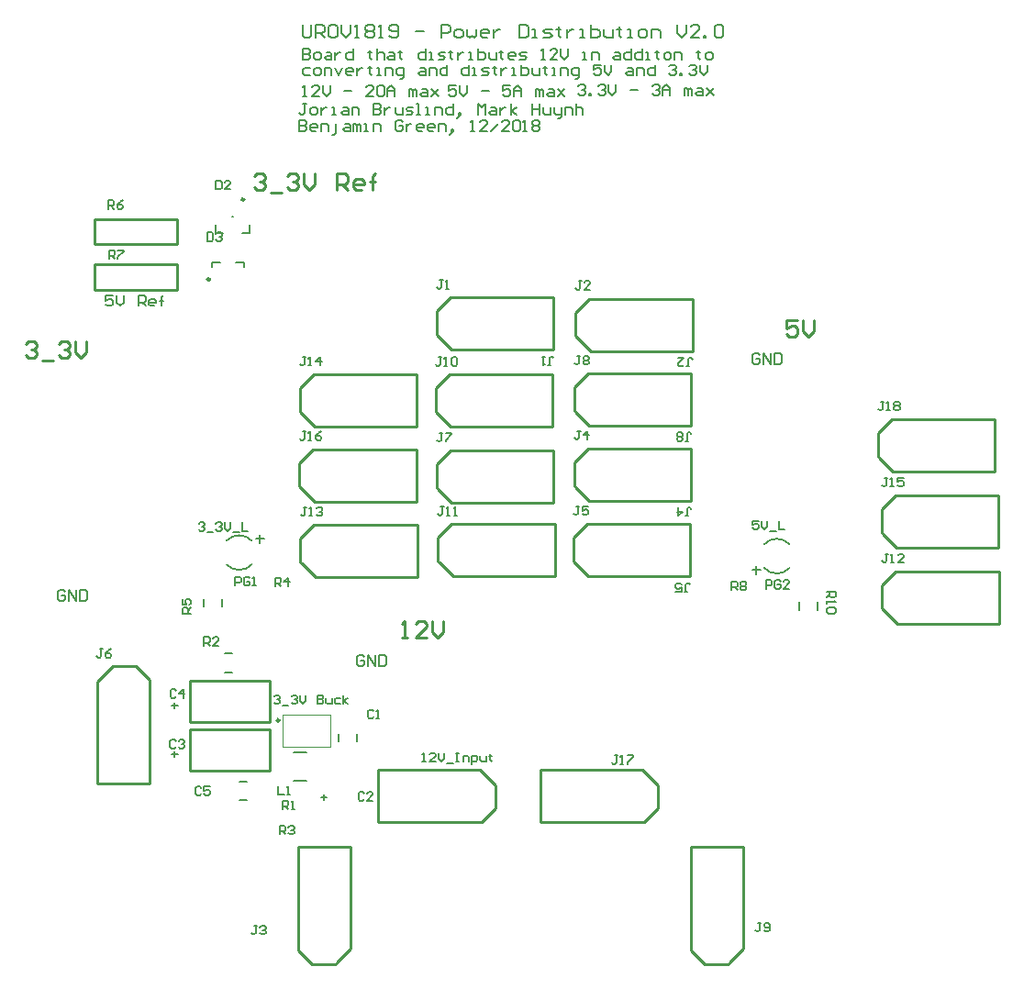
<source format=gto>
G04 Layer_Color=15132400*
%FSLAX24Y24*%
%MOIN*%
G70*
G01*
G75*
%ADD24C,0.0100*%
%ADD27C,0.0079*%
%ADD29C,0.0098*%
%ADD53C,0.0059*%
%ADD54C,0.0039*%
%ADD55C,0.0055*%
%ADD56C,0.0063*%
D24*
X16479Y31102D02*
G03*
X16479Y31102I-50J0D01*
G01*
X30215Y27896D02*
Y28746D01*
X30165Y28796D02*
X30215Y28746D01*
X29665Y29296D02*
X30165Y28796D01*
X27215Y29296D02*
X29665D01*
X29715Y27396D02*
X30215Y27896D01*
X29165Y27396D02*
X29715D01*
X25965Y28346D02*
Y29296D01*
X27215D01*
X25965Y27396D02*
X29165D01*
X25965D02*
Y28296D01*
X27165Y27396D02*
X27315D01*
X25965Y28296D02*
Y28346D01*
X24310Y27896D02*
Y28746D01*
X24260Y28796D02*
X24310Y28746D01*
X23760Y29296D02*
X24260Y28796D01*
X21310Y29296D02*
X23760D01*
X23810Y27396D02*
X24310Y27896D01*
X23260Y27396D02*
X23810D01*
X20060Y28346D02*
Y29296D01*
X21310D01*
X20060Y27396D02*
X23260D01*
X20060D02*
Y28296D01*
X21260Y27396D02*
X21410D01*
X20060Y28296D02*
Y28346D01*
X13230Y32541D02*
X16100D01*
X13230Y31041D02*
Y32541D01*
Y31041D02*
X16100D01*
X16130D02*
Y32541D01*
X13230Y30770D02*
X16100D01*
X13230Y29270D02*
Y30770D01*
Y29270D02*
X16100D01*
X16130D02*
Y30770D01*
X17660Y22245D02*
X18510D01*
X18560Y22295D01*
X19060Y22795D01*
Y25245D01*
X17160Y22745D02*
X17660Y22245D01*
X17160Y22745D02*
Y23295D01*
X18110Y26495D02*
X19060D01*
Y25245D02*
Y26495D01*
X17160Y23295D02*
Y26495D01*
X18060D01*
X17160Y25145D02*
Y25295D01*
X18060Y26495D02*
X18110D01*
X31932Y22245D02*
X32782D01*
X32832Y22295D01*
X33332Y22795D01*
Y25245D01*
X31432Y22745D02*
X31932Y22245D01*
X31432Y22745D02*
Y23295D01*
X32382Y26495D02*
X33332D01*
Y25245D02*
Y26495D01*
X31432Y23295D02*
Y26495D01*
X32332D01*
X31432Y25145D02*
Y25295D01*
X32332Y26495D02*
X32382D01*
X27226Y45072D02*
Y45922D01*
Y45072D02*
X27276Y45022D01*
X27776Y44522D01*
X30226D01*
X27226Y45922D02*
X27726Y46422D01*
X28276D01*
X31476Y44522D02*
Y45472D01*
X30226Y44522D02*
X31476D01*
X28276Y46422D02*
X31476D01*
Y45522D02*
Y46422D01*
X30126D02*
X30276D01*
X31476Y45472D02*
Y45522D01*
X22186Y45112D02*
Y45962D01*
Y45112D02*
X22236Y45062D01*
X22736Y44562D01*
X25186D01*
X22186Y45962D02*
X22686Y46462D01*
X23236D01*
X26436Y44562D02*
Y45512D01*
X25186Y44562D02*
X26436D01*
X23236Y46462D02*
X26436D01*
Y45562D02*
Y46462D01*
X25086D02*
X25236D01*
X26436Y45512D02*
Y45562D01*
X10417Y33070D02*
X11267D01*
X10367Y33020D02*
X10417Y33070D01*
X9867Y32520D02*
X10367Y33020D01*
X9867Y30070D02*
Y32520D01*
X11267Y33070D02*
X11767Y32570D01*
Y32020D02*
Y32570D01*
X9867Y28820D02*
X10817D01*
X9867D02*
Y30070D01*
X11767Y28820D02*
Y32020D01*
X10867Y28820D02*
X11767D01*
Y30020D02*
Y30170D01*
X10817Y28820D02*
X10867D01*
X27147Y36883D02*
Y37733D01*
Y36883D02*
X27197Y36833D01*
X27697Y36333D01*
X30147D01*
X27147Y37733D02*
X27647Y38233D01*
X28197D01*
X31397Y36333D02*
Y37283D01*
X30147Y36333D02*
X31397D01*
X28197Y38233D02*
X31397D01*
Y37333D02*
Y38233D01*
X30047D02*
X30197D01*
X31397Y37283D02*
Y37333D01*
X27186Y39639D02*
Y40489D01*
Y39639D02*
X27236Y39589D01*
X27736Y39089D01*
X30186D01*
X27186Y40489D02*
X27686Y40989D01*
X28236D01*
X31436Y39089D02*
Y40039D01*
X30186Y39089D02*
X31436D01*
X28236Y40989D02*
X31436D01*
Y40089D02*
Y40989D01*
X30086D02*
X30236D01*
X31436Y40039D02*
Y40089D01*
X27186Y42356D02*
Y43206D01*
Y42356D02*
X27236Y42306D01*
X27736Y41806D01*
X30186D01*
X27186Y43206D02*
X27686Y43706D01*
X28236D01*
X31436Y41806D02*
Y42756D01*
X30186Y41806D02*
X31436D01*
X28236Y43706D02*
X31436D01*
Y42806D02*
Y43706D01*
X30086D02*
X30236D01*
X31436Y42756D02*
Y42806D01*
X22186Y39561D02*
Y40411D01*
Y39561D02*
X22236Y39511D01*
X22736Y39011D01*
X25186D01*
X22186Y40411D02*
X22686Y40911D01*
X23236D01*
X26436Y39011D02*
Y39961D01*
X25186Y39011D02*
X26436D01*
X23236Y40911D02*
X26436D01*
Y40011D02*
Y40911D01*
X25086D02*
X25236D01*
X26436Y39961D02*
Y40011D01*
X22226Y36883D02*
Y37733D01*
Y36883D02*
X22276Y36833D01*
X22776Y36333D01*
X25226D01*
X22226Y37733D02*
X22726Y38233D01*
X23276D01*
X26476Y36333D02*
Y37283D01*
X25226Y36333D02*
X26476D01*
X23276Y38233D02*
X26476D01*
Y37333D02*
Y38233D01*
X25126D02*
X25276D01*
X26476Y37283D02*
Y37333D01*
X22147Y42317D02*
Y43167D01*
Y42317D02*
X22197Y42267D01*
X22697Y41767D01*
X25147D01*
X22147Y43167D02*
X22647Y43667D01*
X23197D01*
X26397Y41767D02*
Y42717D01*
X25147Y41767D02*
X26397D01*
X23197Y43667D02*
X26397D01*
Y42767D02*
Y43667D01*
X25047D02*
X25197D01*
X26397Y42717D02*
Y42767D01*
X17216Y42317D02*
Y43167D01*
Y42317D02*
X17266Y42267D01*
X17766Y41767D01*
X20216D01*
X17216Y43167D02*
X17716Y43667D01*
X18266D01*
X21466Y41767D02*
Y42717D01*
X20216Y41767D02*
X21466D01*
X18266Y43667D02*
X21466D01*
Y42767D02*
Y43667D01*
X20116D02*
X20266D01*
X21466Y42717D02*
Y42767D01*
X17235Y36854D02*
Y37704D01*
Y36854D02*
X17285Y36804D01*
X17785Y36304D01*
X20235D01*
X17235Y37704D02*
X17735Y38204D01*
X18285D01*
X21485Y36304D02*
Y37254D01*
X20235Y36304D02*
X21485D01*
X18285Y38204D02*
X21485D01*
Y37304D02*
Y38204D01*
X20135D02*
X20285D01*
X21485Y37254D02*
Y37304D01*
X17206Y39600D02*
Y40450D01*
Y39600D02*
X17256Y39550D01*
X17756Y39050D01*
X20206D01*
X17206Y40450D02*
X17706Y40950D01*
X18256D01*
X21456Y39050D02*
Y40000D01*
X20206Y39050D02*
X21456D01*
X18256Y40950D02*
X21456D01*
Y40050D02*
Y40950D01*
X20106D02*
X20256D01*
X21456Y40000D02*
Y40050D01*
X38357Y35171D02*
Y36021D01*
Y35171D02*
X38407Y35121D01*
X38907Y34621D01*
X41357D01*
X38357Y36021D02*
X38857Y36521D01*
X39407D01*
X42607Y34621D02*
Y35571D01*
X41357Y34621D02*
X42607D01*
X39407Y36521D02*
X42607D01*
Y35621D02*
Y36521D01*
X41257D02*
X41407D01*
X42607Y35571D02*
Y35621D01*
X38348Y37927D02*
Y38777D01*
Y37927D02*
X38398Y37877D01*
X38898Y37377D01*
X41348D01*
X38348Y38777D02*
X38848Y39277D01*
X39398D01*
X42598Y37377D02*
Y38327D01*
X41348Y37377D02*
X42598D01*
X39398Y39277D02*
X42598D01*
Y38377D02*
Y39277D01*
X41248D02*
X41398D01*
X42598Y38327D02*
Y38377D01*
X38220Y40693D02*
Y41543D01*
Y40693D02*
X38270Y40643D01*
X38770Y40143D01*
X41220D01*
X38220Y41543D02*
X38720Y42043D01*
X39270D01*
X42470Y40143D02*
Y41093D01*
X41220Y40143D02*
X42470D01*
X39270Y42043D02*
X42470D01*
Y41143D02*
Y42043D01*
X41120D02*
X41270D01*
X42470Y41093D02*
Y41143D01*
X9770Y48398D02*
X12770D01*
X9770D02*
Y49321D01*
X12770D01*
Y48398D02*
Y49321D01*
Y46745D02*
Y47667D01*
X9770D02*
X12770D01*
X9770Y46745D02*
Y47667D01*
Y46745D02*
X12770D01*
X7260Y44769D02*
X7359Y44869D01*
X7559D01*
X7659Y44769D01*
Y44669D01*
X7559Y44569D01*
X7459D01*
X7559D01*
X7659Y44469D01*
Y44369D01*
X7559Y44269D01*
X7359D01*
X7260Y44369D01*
X7859Y44169D02*
X8259D01*
X8459Y44769D02*
X8559Y44869D01*
X8759D01*
X8859Y44769D01*
Y44669D01*
X8759Y44569D01*
X8659D01*
X8759D01*
X8859Y44469D01*
Y44369D01*
X8759Y44269D01*
X8559D01*
X8459Y44369D01*
X9059Y44869D02*
Y44469D01*
X9259Y44269D01*
X9459Y44469D01*
Y44869D01*
X15567Y50878D02*
X15667Y50978D01*
X15867D01*
X15967Y50878D01*
Y50778D01*
X15867Y50678D01*
X15767D01*
X15867D01*
X15967Y50578D01*
Y50478D01*
X15867Y50378D01*
X15667D01*
X15567Y50478D01*
X16167Y50278D02*
X16567D01*
X16767Y50878D02*
X16867Y50978D01*
X17067D01*
X17167Y50878D01*
Y50778D01*
X17067Y50678D01*
X16967D01*
X17067D01*
X17167Y50578D01*
Y50478D01*
X17067Y50378D01*
X16867D01*
X16767Y50478D01*
X17367Y50978D02*
Y50578D01*
X17567Y50378D01*
X17766Y50578D01*
Y50978D01*
X18566Y50378D02*
Y50978D01*
X18866D01*
X18966Y50878D01*
Y50678D01*
X18866Y50578D01*
X18566D01*
X18766D02*
X18966Y50378D01*
X19466D02*
X19266D01*
X19166Y50478D01*
Y50678D01*
X19266Y50778D01*
X19466D01*
X19566Y50678D01*
Y50578D01*
X19166D01*
X19866Y50378D02*
Y50878D01*
Y50678D01*
X19766D01*
X19966D01*
X19866D01*
Y50878D01*
X19966Y50978D01*
X35278Y45645D02*
X34879D01*
Y45345D01*
X35079Y45445D01*
X35178D01*
X35278Y45345D01*
Y45145D01*
X35178Y45045D01*
X34979D01*
X34879Y45145D01*
X35478Y45645D02*
Y45245D01*
X35678Y45045D01*
X35878Y45245D01*
Y45645D01*
X20917Y34104D02*
X21117D01*
X21017D01*
Y34704D01*
X20917Y34604D01*
X21817Y34104D02*
X21417D01*
X21817Y34504D01*
Y34604D01*
X21717Y34704D01*
X21517D01*
X21417Y34604D01*
X22017Y34704D02*
Y34304D01*
X22217Y34104D01*
X22416Y34304D01*
Y34704D01*
D27*
X14478Y33524D02*
X14754D01*
X14478Y32854D02*
X14754D01*
X18632Y30344D02*
Y30620D01*
X19301Y30344D02*
Y30620D01*
X15020Y28209D02*
X15295D01*
X15020Y28878D02*
X15295D01*
X36014Y35118D02*
Y35394D01*
X35344Y35118D02*
Y35394D01*
X14380Y35236D02*
Y35512D01*
X13711Y35236D02*
Y35512D01*
X14016Y47589D02*
Y47746D01*
X14331D01*
X15197Y47589D02*
Y47746D01*
X14882D02*
X15197D01*
X15128Y48809D02*
X15388D01*
Y49104D01*
X14159Y48809D02*
Y49104D01*
X14754Y49400D02*
X14793D01*
X14159Y48809D02*
X14419D01*
X16988Y29941D02*
X17461D01*
X16988Y28917D02*
X17461D01*
X17323Y56378D02*
Y55984D01*
X17402Y55906D01*
X17559D01*
X17638Y55984D01*
Y56378D01*
X17795Y55906D02*
Y56378D01*
X18031D01*
X18110Y56299D01*
Y56142D01*
X18031Y56063D01*
X17795D01*
X17953D02*
X18110Y55906D01*
X18504Y56378D02*
X18346D01*
X18267Y56299D01*
Y55984D01*
X18346Y55906D01*
X18504D01*
X18582Y55984D01*
Y56299D01*
X18504Y56378D01*
X18740D02*
Y56063D01*
X18897Y55906D01*
X19055Y56063D01*
Y56378D01*
X19212Y55906D02*
X19369D01*
X19291D01*
Y56378D01*
X19212Y56299D01*
X19606D02*
X19684Y56378D01*
X19842D01*
X19920Y56299D01*
Y56220D01*
X19842Y56142D01*
X19920Y56063D01*
Y55984D01*
X19842Y55906D01*
X19684D01*
X19606Y55984D01*
Y56063D01*
X19684Y56142D01*
X19606Y56220D01*
Y56299D01*
X19684Y56142D02*
X19842D01*
X20078Y55906D02*
X20235D01*
X20157D01*
Y56378D01*
X20078Y56299D01*
X20471Y55984D02*
X20550Y55906D01*
X20708D01*
X20786Y55984D01*
Y56299D01*
X20708Y56378D01*
X20550D01*
X20471Y56299D01*
Y56220D01*
X20550Y56142D01*
X20786D01*
X21416D02*
X21731D01*
X22361Y55906D02*
Y56378D01*
X22597D01*
X22675Y56299D01*
Y56142D01*
X22597Y56063D01*
X22361D01*
X22912Y55906D02*
X23069D01*
X23148Y55984D01*
Y56142D01*
X23069Y56220D01*
X22912D01*
X22833Y56142D01*
Y55984D01*
X22912Y55906D01*
X23305Y56220D02*
Y55984D01*
X23384Y55906D01*
X23463Y55984D01*
X23541Y55906D01*
X23620Y55984D01*
Y56220D01*
X24014Y55906D02*
X23856D01*
X23777Y55984D01*
Y56142D01*
X23856Y56220D01*
X24014D01*
X24092Y56142D01*
Y56063D01*
X23777D01*
X24250Y56220D02*
Y55906D01*
Y56063D01*
X24328Y56142D01*
X24407Y56220D01*
X24486D01*
X25194Y56378D02*
Y55906D01*
X25430D01*
X25509Y55984D01*
Y56299D01*
X25430Y56378D01*
X25194D01*
X25667Y55906D02*
X25824D01*
X25745D01*
Y56220D01*
X25667D01*
X26060Y55906D02*
X26296D01*
X26375Y55984D01*
X26296Y56063D01*
X26139D01*
X26060Y56142D01*
X26139Y56220D01*
X26375D01*
X26611Y56299D02*
Y56220D01*
X26532D01*
X26690D01*
X26611D01*
Y55984D01*
X26690Y55906D01*
X26926Y56220D02*
Y55906D01*
Y56063D01*
X27005Y56142D01*
X27083Y56220D01*
X27162D01*
X27398Y55906D02*
X27556D01*
X27477D01*
Y56220D01*
X27398D01*
X27792Y56378D02*
Y55906D01*
X28028D01*
X28107Y55984D01*
Y56063D01*
Y56142D01*
X28028Y56220D01*
X27792D01*
X28264D02*
Y55984D01*
X28343Y55906D01*
X28579D01*
Y56220D01*
X28815Y56299D02*
Y56220D01*
X28736D01*
X28894D01*
X28815D01*
Y55984D01*
X28894Y55906D01*
X29130D02*
X29287D01*
X29209D01*
Y56220D01*
X29130D01*
X29602Y55906D02*
X29760D01*
X29838Y55984D01*
Y56142D01*
X29760Y56220D01*
X29602D01*
X29524Y56142D01*
Y55984D01*
X29602Y55906D01*
X29996D02*
Y56220D01*
X30232D01*
X30311Y56142D01*
Y55906D01*
X30940Y56378D02*
Y56063D01*
X31098Y55906D01*
X31255Y56063D01*
Y56378D01*
X31728Y55906D02*
X31413D01*
X31728Y56220D01*
Y56299D01*
X31649Y56378D01*
X31491D01*
X31413Y56299D01*
X31885Y55906D02*
Y55984D01*
X31964D01*
Y55906D01*
X31885D01*
X32279Y56299D02*
X32357Y56378D01*
X32515D01*
X32593Y56299D01*
Y55984D01*
X32515Y55906D01*
X32357D01*
X32279Y55984D01*
Y56299D01*
D29*
X13947Y47116D02*
G03*
X13947Y47116I-49J0D01*
G01*
X15197Y50030D02*
G03*
X15197Y50030I-49J0D01*
G01*
D53*
X15473Y37624D02*
G03*
X14551Y37624I-461J-430D01*
G01*
Y36765D02*
G03*
X15473Y36765I461J430D01*
G01*
X34085Y36637D02*
G03*
X35006Y36637I461J430D01*
G01*
Y37497D02*
G03*
X34085Y37497I-461J-430D01*
G01*
X15762Y37545D02*
Y37845D01*
X15612Y37695D02*
X15912D01*
X33795Y36417D02*
Y36717D01*
X33645Y36567D02*
X33945D01*
X36368Y35768D02*
X36683D01*
Y35610D01*
X36630Y35558D01*
X36526D01*
X36473Y35610D01*
Y35768D01*
Y35663D02*
X36368Y35558D01*
Y35453D02*
Y35348D01*
Y35400D01*
X36683D01*
X36630Y35453D01*
Y35190D02*
X36683Y35138D01*
Y35033D01*
X36630Y34981D01*
X36421D01*
X36368Y35033D01*
Y35138D01*
X36421Y35190D01*
X36630D01*
X32904Y35829D02*
Y36144D01*
X33061D01*
X33114Y36091D01*
Y35986D01*
X33061Y35934D01*
X32904D01*
X33009D02*
X33114Y35829D01*
X33219Y36091D02*
X33271Y36144D01*
X33376D01*
X33429Y36091D01*
Y36039D01*
X33376Y35986D01*
X33429Y35934D01*
Y35881D01*
X33376Y35829D01*
X33271D01*
X33219Y35881D01*
Y35934D01*
X33271Y35986D01*
X33219Y36039D01*
Y36091D01*
X33271Y35986D02*
X33376D01*
X10285Y47874D02*
Y48189D01*
X10443D01*
X10495Y48136D01*
Y48031D01*
X10443Y47979D01*
X10285D01*
X10390D02*
X10495Y47874D01*
X10600Y48189D02*
X10810D01*
Y48136D01*
X10600Y47926D01*
Y47874D01*
X10261Y49685D02*
Y50000D01*
X10418D01*
X10471Y49948D01*
Y49843D01*
X10418Y49790D01*
X10261D01*
X10366D02*
X10471Y49685D01*
X10785Y50000D02*
X10681Y49948D01*
X10576Y49843D01*
Y49738D01*
X10628Y49685D01*
X10733D01*
X10785Y49738D01*
Y49790D01*
X10733Y49843D01*
X10576D01*
X13258Y34980D02*
X12943D01*
Y35138D01*
X12995Y35190D01*
X13100D01*
X13153Y35138D01*
Y34980D01*
Y35085D02*
X13258Y35190D01*
X12943Y35505D02*
Y35295D01*
X13100D01*
X13048Y35400D01*
Y35453D01*
X13100Y35505D01*
X13205D01*
X13258Y35453D01*
Y35348D01*
X13205Y35295D01*
X16320Y35967D02*
Y36282D01*
X16478D01*
X16530Y36230D01*
Y36125D01*
X16478Y36072D01*
X16320D01*
X16425D02*
X16530Y35967D01*
X16792D02*
Y36282D01*
X16635Y36125D01*
X16845D01*
X16486Y26959D02*
Y27274D01*
X16644D01*
X16696Y27221D01*
Y27116D01*
X16644Y27064D01*
X16486D01*
X16591D02*
X16696Y26959D01*
X16801Y27221D02*
X16854Y27274D01*
X16959D01*
X17011Y27221D01*
Y27169D01*
X16959Y27116D01*
X16906D01*
X16959D01*
X17011Y27064D01*
Y27011D01*
X16959Y26959D01*
X16854D01*
X16801Y27011D01*
X13740Y33809D02*
Y34124D01*
X13898D01*
X13950Y34071D01*
Y33966D01*
X13898Y33914D01*
X13740D01*
X13845D02*
X13950Y33809D01*
X14265D02*
X14055D01*
X14265Y34019D01*
Y34071D01*
X14212Y34124D01*
X14107D01*
X14055Y34071D01*
X16594Y27874D02*
Y28189D01*
X16752D01*
X16804Y28136D01*
Y28031D01*
X16752Y27979D01*
X16594D01*
X16699D02*
X16804Y27874D01*
X16909D02*
X17014D01*
X16962D01*
Y28189D01*
X16909Y28136D01*
X34154Y35886D02*
Y36201D01*
X34311D01*
X34363Y36148D01*
Y36043D01*
X34311Y35991D01*
X34154D01*
X34678Y36148D02*
X34626Y36201D01*
X34521D01*
X34468Y36148D01*
Y35938D01*
X34521Y35886D01*
X34626D01*
X34678Y35938D01*
Y36043D01*
X34573D01*
X34993Y35886D02*
X34783D01*
X34993Y36096D01*
Y36148D01*
X34941Y36201D01*
X34836D01*
X34783Y36148D01*
X14872Y35994D02*
Y36308D01*
X15029D01*
X15082Y36256D01*
Y36151D01*
X15029Y36098D01*
X14872D01*
X15397Y36256D02*
X15344Y36308D01*
X15239D01*
X15187Y36256D01*
Y36046D01*
X15239Y35994D01*
X15344D01*
X15397Y36046D01*
Y36151D01*
X15292D01*
X15502Y35994D02*
X15607D01*
X15554D01*
Y36308D01*
X15502Y36256D01*
X38435Y42681D02*
X38330D01*
X38382D01*
Y42418D01*
X38330Y42366D01*
X38277D01*
X38225Y42418D01*
X38540Y42366D02*
X38645D01*
X38592D01*
Y42681D01*
X38540Y42628D01*
X38802D02*
X38855Y42681D01*
X38959D01*
X39012Y42628D01*
Y42576D01*
X38959Y42523D01*
X39012Y42471D01*
Y42418D01*
X38959Y42366D01*
X38855D01*
X38802Y42418D01*
Y42471D01*
X38855Y42523D01*
X38802Y42576D01*
Y42628D01*
X38855Y42523D02*
X38959D01*
X28763Y29833D02*
X28658D01*
X28711D01*
Y29570D01*
X28658Y29518D01*
X28606D01*
X28553Y29570D01*
X28868Y29518D02*
X28973D01*
X28920D01*
Y29833D01*
X28868Y29780D01*
X29130Y29833D02*
X29340D01*
Y29780D01*
X29130Y29570D01*
Y29518D01*
X17428Y41592D02*
X17323D01*
X17376D01*
Y41329D01*
X17323Y41277D01*
X17271D01*
X17218Y41329D01*
X17533Y41277D02*
X17638D01*
X17586D01*
Y41592D01*
X17533Y41539D01*
X18005Y41592D02*
X17901Y41539D01*
X17796Y41434D01*
Y41329D01*
X17848Y41277D01*
X17953D01*
X18005Y41329D01*
Y41382D01*
X17953Y41434D01*
X17796D01*
X38568Y39917D02*
X38463D01*
X38515D01*
Y39655D01*
X38463Y39603D01*
X38410D01*
X38358Y39655D01*
X38673Y39603D02*
X38778D01*
X38725D01*
Y39917D01*
X38673Y39865D01*
X39145Y39917D02*
X38935D01*
Y39760D01*
X39040Y39813D01*
X39092D01*
X39145Y39760D01*
Y39655D01*
X39092Y39603D01*
X38988D01*
X38935Y39655D01*
X17430Y44306D02*
X17325D01*
X17377D01*
Y44044D01*
X17325Y43991D01*
X17272D01*
X17220Y44044D01*
X17535Y43991D02*
X17640D01*
X17587D01*
Y44306D01*
X17535Y44254D01*
X17955Y43991D02*
Y44306D01*
X17797Y44149D01*
X18007D01*
X17452Y38843D02*
X17347D01*
X17400D01*
Y38580D01*
X17347Y38528D01*
X17295D01*
X17242Y38580D01*
X17557Y38528D02*
X17662D01*
X17609D01*
Y38843D01*
X17557Y38790D01*
X17819D02*
X17872Y38843D01*
X17977D01*
X18029Y38790D01*
Y38738D01*
X17977Y38685D01*
X17924D01*
X17977D01*
X18029Y38633D01*
Y38580D01*
X17977Y38528D01*
X17872D01*
X17819Y38580D01*
X38580Y37155D02*
X38475D01*
X38527D01*
Y36892D01*
X38475Y36840D01*
X38422D01*
X38370Y36892D01*
X38685Y36840D02*
X38790D01*
X38737D01*
Y37155D01*
X38685Y37102D01*
X39157Y36840D02*
X38947D01*
X39157Y37050D01*
Y37102D01*
X39105Y37155D01*
X39000D01*
X38947Y37102D01*
X22445Y38866D02*
X22340D01*
X22393D01*
Y38604D01*
X22340Y38551D01*
X22288D01*
X22235Y38604D01*
X22550Y38551D02*
X22655D01*
X22603D01*
Y38866D01*
X22550Y38814D01*
X22813Y38551D02*
X22918D01*
X22865D01*
Y38866D01*
X22813Y38814D01*
X22361Y44301D02*
X22256D01*
X22309D01*
Y44039D01*
X22256Y43987D01*
X22204D01*
X22151Y44039D01*
X22466Y43987D02*
X22571D01*
X22518D01*
Y44301D01*
X22466Y44249D01*
X22728D02*
X22781Y44301D01*
X22886D01*
X22938Y44249D01*
Y44039D01*
X22886Y43987D01*
X22781D01*
X22728Y44039D01*
Y44249D01*
X33970Y23740D02*
X33865D01*
X33917D01*
Y23478D01*
X33865Y23425D01*
X33812D01*
X33760Y23478D01*
X34075D02*
X34127Y23425D01*
X34232D01*
X34285Y23478D01*
Y23688D01*
X34232Y23740D01*
X34127D01*
X34075Y23688D01*
Y23635D01*
X34127Y23583D01*
X34285D01*
X27406Y44339D02*
X27301D01*
X27354D01*
Y44076D01*
X27301Y44024D01*
X27249D01*
X27196Y44076D01*
X27511Y44286D02*
X27563Y44339D01*
X27668D01*
X27721Y44286D01*
Y44234D01*
X27668Y44181D01*
X27721Y44129D01*
Y44076D01*
X27668Y44024D01*
X27563D01*
X27511Y44076D01*
Y44129D01*
X27563Y44181D01*
X27511Y44234D01*
Y44286D01*
X27563Y44181D02*
X27668D01*
X22404Y41544D02*
X22299D01*
X22351D01*
Y41281D01*
X22299Y41229D01*
X22246D01*
X22194Y41281D01*
X22509Y41544D02*
X22718D01*
Y41491D01*
X22509Y41281D01*
Y41229D01*
X10047Y33696D02*
X9943D01*
X9995D01*
Y33434D01*
X9943Y33381D01*
X9890D01*
X9838Y33434D01*
X10362Y33696D02*
X10257Y33644D01*
X10152Y33539D01*
Y33434D01*
X10205Y33381D01*
X10310D01*
X10362Y33434D01*
Y33486D01*
X10310Y33539D01*
X10152D01*
X27369Y38872D02*
X27264D01*
X27316D01*
Y38610D01*
X27264Y38558D01*
X27211D01*
X27159Y38610D01*
X27684Y38872D02*
X27474D01*
Y38715D01*
X27579Y38768D01*
X27631D01*
X27684Y38715D01*
Y38610D01*
X27631Y38558D01*
X27526D01*
X27474Y38610D01*
X27407Y41622D02*
X27302D01*
X27354D01*
Y41360D01*
X27302Y41307D01*
X27249D01*
X27197Y41360D01*
X27669Y41307D02*
Y41622D01*
X27511Y41465D01*
X27721D01*
X15663Y23642D02*
X15558D01*
X15610D01*
Y23379D01*
X15558Y23327D01*
X15505D01*
X15453Y23379D01*
X15768Y23589D02*
X15820Y23642D01*
X15925D01*
X15978Y23589D01*
Y23537D01*
X15925Y23484D01*
X15873D01*
X15925D01*
X15978Y23432D01*
Y23379D01*
X15925Y23327D01*
X15820D01*
X15768Y23379D01*
X27445Y47063D02*
X27341D01*
X27393D01*
Y46801D01*
X27341Y46748D01*
X27288D01*
X27236Y46801D01*
X27760Y46748D02*
X27550D01*
X27760Y46958D01*
Y47011D01*
X27708Y47063D01*
X27603D01*
X27550Y47011D01*
X22408Y47098D02*
X22303D01*
X22356D01*
Y46835D01*
X22303Y46783D01*
X22251D01*
X22198Y46835D01*
X22513Y46783D02*
X22618D01*
X22565D01*
Y47098D01*
X22513Y47045D01*
X33880Y38355D02*
X33670D01*
Y38197D01*
X33775Y38250D01*
X33827D01*
X33880Y38197D01*
Y38092D01*
X33827Y38040D01*
X33722D01*
X33670Y38092D01*
X33985Y38355D02*
Y38145D01*
X34090Y38040D01*
X34195Y38145D01*
Y38355D01*
X34300Y37988D02*
X34510D01*
X34615Y38355D02*
Y38040D01*
X34824D01*
X13858Y48826D02*
Y48511D01*
X14015D01*
X14068Y48563D01*
Y48773D01*
X14015Y48826D01*
X13858D01*
X14173Y48773D02*
X14225Y48826D01*
X14330D01*
X14382Y48773D01*
Y48721D01*
X14330Y48668D01*
X14277D01*
X14330D01*
X14382Y48616D01*
Y48563D01*
X14330Y48511D01*
X14225D01*
X14173Y48563D01*
X14170Y50705D02*
Y50391D01*
X14327D01*
X14380Y50443D01*
Y50653D01*
X14327Y50705D01*
X14170D01*
X14695Y50391D02*
X14485D01*
X14695Y50600D01*
Y50653D01*
X14642Y50705D01*
X14537D01*
X14485Y50653D01*
X13543Y38245D02*
X13596Y38297D01*
X13701D01*
X13753Y38245D01*
Y38192D01*
X13701Y38140D01*
X13648D01*
X13701D01*
X13753Y38087D01*
Y38035D01*
X13701Y37982D01*
X13596D01*
X13543Y38035D01*
X13858Y37930D02*
X14068D01*
X14173Y38245D02*
X14225Y38297D01*
X14330D01*
X14383Y38245D01*
Y38192D01*
X14330Y38140D01*
X14278D01*
X14330D01*
X14383Y38087D01*
Y38035D01*
X14330Y37982D01*
X14225D01*
X14173Y38035D01*
X14488Y38297D02*
Y38087D01*
X14593Y37982D01*
X14698Y38087D01*
Y38297D01*
X14803Y37930D02*
X15013D01*
X15118Y38297D02*
Y37982D01*
X15328D01*
X13635Y28638D02*
X13583Y28691D01*
X13478D01*
X13425Y28638D01*
Y28428D01*
X13478Y28376D01*
X13583D01*
X13635Y28428D01*
X13950Y28691D02*
X13740D01*
Y28533D01*
X13845Y28586D01*
X13897D01*
X13950Y28533D01*
Y28428D01*
X13897Y28376D01*
X13793D01*
X13740Y28428D01*
X12720Y32182D02*
X12667Y32234D01*
X12562D01*
X12510Y32182D01*
Y31972D01*
X12562Y31919D01*
X12667D01*
X12720Y31972D01*
X12982Y31919D02*
Y32234D01*
X12825Y32077D01*
X13035D01*
X12710Y30351D02*
X12657Y30403D01*
X12552D01*
X12500Y30351D01*
Y30141D01*
X12552Y30089D01*
X12657D01*
X12710Y30141D01*
X12815Y30351D02*
X12867Y30403D01*
X12972D01*
X13025Y30351D01*
Y30298D01*
X12972Y30246D01*
X12920D01*
X12972D01*
X13025Y30194D01*
Y30141D01*
X12972Y30089D01*
X12867D01*
X12815Y30141D01*
X19550Y28451D02*
X19498Y28504D01*
X19393D01*
X19341Y28451D01*
Y28241D01*
X19393Y28189D01*
X19498D01*
X19550Y28241D01*
X19865Y28189D02*
X19655D01*
X19865Y28399D01*
Y28451D01*
X19813Y28504D01*
X19708D01*
X19655Y28451D01*
X19895Y31434D02*
X19842Y31486D01*
X19738D01*
X19685Y31434D01*
Y31224D01*
X19738Y31171D01*
X19842D01*
X19895Y31224D01*
X20000Y31171D02*
X20105D01*
X20052D01*
Y31486D01*
X20000Y31434D01*
X21673Y29606D02*
X21778D01*
X21726D01*
Y29921D01*
X21673Y29869D01*
X22146Y29606D02*
X21936D01*
X22146Y29816D01*
Y29869D01*
X22093Y29921D01*
X21988D01*
X21936Y29869D01*
X22250Y29921D02*
Y29711D01*
X22355Y29606D01*
X22460Y29711D01*
Y29921D01*
X22565Y29554D02*
X22775D01*
X22880Y29921D02*
X22985D01*
X22933D01*
Y29606D01*
X22880D01*
X22985D01*
X23143D02*
Y29816D01*
X23300D01*
X23352Y29764D01*
Y29606D01*
X23457Y29501D02*
Y29816D01*
X23615D01*
X23667Y29764D01*
Y29659D01*
X23615Y29606D01*
X23457D01*
X23772Y29816D02*
Y29659D01*
X23825Y29606D01*
X23982D01*
Y29816D01*
X24140Y29869D02*
Y29816D01*
X24087D01*
X24192D01*
X24140D01*
Y29659D01*
X24192Y29606D01*
X16280Y31965D02*
X16332Y32018D01*
X16437D01*
X16489Y31965D01*
Y31913D01*
X16437Y31860D01*
X16384D01*
X16437D01*
X16489Y31808D01*
Y31755D01*
X16437Y31703D01*
X16332D01*
X16280Y31755D01*
X16594Y31650D02*
X16804D01*
X16909Y31965D02*
X16962Y32018D01*
X17067D01*
X17119Y31965D01*
Y31913D01*
X17067Y31860D01*
X17014D01*
X17067D01*
X17119Y31808D01*
Y31755D01*
X17067Y31703D01*
X16962D01*
X16909Y31755D01*
X17224Y32018D02*
Y31808D01*
X17329Y31703D01*
X17434Y31808D01*
Y32018D01*
X17854D02*
Y31703D01*
X18011D01*
X18064Y31755D01*
Y31808D01*
X18011Y31860D01*
X17854D01*
X18011D01*
X18064Y31913D01*
Y31965D01*
X18011Y32018D01*
X17854D01*
X18169Y31913D02*
Y31755D01*
X18221Y31703D01*
X18379D01*
Y31913D01*
X18693D02*
X18536D01*
X18484Y31860D01*
Y31755D01*
X18536Y31703D01*
X18693D01*
X18798D02*
Y32018D01*
Y31808D02*
X18956Y31913D01*
X18798Y31808D02*
X18956Y31703D01*
X16437Y28711D02*
Y28396D01*
X16647D01*
X16752D02*
X16857D01*
X16804D01*
Y28711D01*
X16752Y28658D01*
X18199Y28300D02*
X17989D01*
X18094Y28195D02*
Y28405D01*
X12565Y31649D02*
X12775D01*
X12670Y31754D02*
Y31544D01*
X12565Y29877D02*
X12775D01*
X12670Y29982D02*
Y29772D01*
X31266Y43958D02*
X31371D01*
X31318D01*
Y44220D01*
X31371Y44272D01*
X31423D01*
X31476Y44220D01*
X30951Y44272D02*
X31161D01*
X30951Y44063D01*
Y44010D01*
X31003Y43958D01*
X31108D01*
X31161Y44010D01*
X26226Y43997D02*
X26331D01*
X26279D01*
Y44259D01*
X26331Y44312D01*
X26384D01*
X26436Y44259D01*
X26121Y44312D02*
X26016D01*
X26069D01*
Y43997D01*
X26121Y44049D01*
X31187Y35769D02*
X31292D01*
X31239D01*
Y36031D01*
X31292Y36083D01*
X31344D01*
X31397Y36031D01*
X30872Y35769D02*
X31082D01*
Y35926D01*
X30977Y35874D01*
X30925D01*
X30872Y35926D01*
Y36031D01*
X30925Y36083D01*
X31030D01*
X31082Y36031D01*
X31226Y38525D02*
X31331D01*
X31279D01*
Y38787D01*
X31331Y38839D01*
X31384D01*
X31436Y38787D01*
X30964Y38839D02*
Y38525D01*
X31121Y38682D01*
X30911D01*
X31226Y41241D02*
X31331D01*
X31279D01*
Y41503D01*
X31331Y41556D01*
X31384D01*
X31436Y41503D01*
X31121Y41294D02*
X31069Y41241D01*
X30964D01*
X30911Y41294D01*
Y41346D01*
X30964Y41398D01*
X30911Y41451D01*
Y41503D01*
X30964Y41556D01*
X31069D01*
X31121Y41503D01*
Y41451D01*
X31069Y41398D01*
X31121Y41346D01*
Y41294D01*
X31069Y41398D02*
X30964D01*
X19554Y33399D02*
X19488Y33464D01*
X19357D01*
X19291Y33399D01*
Y33136D01*
X19357Y33071D01*
X19488D01*
X19554Y33136D01*
Y33268D01*
X19423D01*
X19685Y33071D02*
Y33464D01*
X19947Y33071D01*
Y33464D01*
X20078D02*
Y33071D01*
X20275D01*
X20341Y33136D01*
Y33399D01*
X20275Y33464D01*
X20078D01*
X8688Y35761D02*
X8622Y35827D01*
X8491D01*
X8425Y35761D01*
Y35499D01*
X8491Y35433D01*
X8622D01*
X8688Y35499D01*
Y35630D01*
X8556D01*
X8819Y35433D02*
Y35827D01*
X9081Y35433D01*
Y35827D01*
X9212D02*
Y35433D01*
X9409D01*
X9475Y35499D01*
Y35761D01*
X9409Y35827D01*
X9212D01*
X33924Y44383D02*
X33858Y44449D01*
X33727D01*
X33661Y44383D01*
Y44121D01*
X33727Y44055D01*
X33858D01*
X33924Y44121D01*
Y44252D01*
X33793D01*
X34055Y44055D02*
Y44449D01*
X34317Y44055D01*
Y44449D01*
X34449D02*
Y44055D01*
X34645D01*
X34711Y44121D01*
Y44383D01*
X34645Y44449D01*
X34449D01*
D54*
X16585Y30138D02*
Y31299D01*
Y30138D02*
X18238D01*
X18248D02*
X18307D01*
Y31250D01*
Y31299D01*
X16585D02*
X18307D01*
D55*
X10428Y46549D02*
X10166D01*
Y46352D01*
X10297Y46418D01*
X10362D01*
X10428Y46352D01*
Y46221D01*
X10362Y46156D01*
X10231D01*
X10166Y46221D01*
X10559Y46549D02*
Y46287D01*
X10690Y46156D01*
X10821Y46287D01*
Y46549D01*
X11346Y46156D02*
Y46549D01*
X11543D01*
X11609Y46484D01*
Y46352D01*
X11543Y46287D01*
X11346D01*
X11477D02*
X11609Y46156D01*
X11937D02*
X11805D01*
X11740Y46221D01*
Y46352D01*
X11805Y46418D01*
X11937D01*
X12002Y46352D01*
Y46287D01*
X11740D01*
X12199Y46156D02*
Y46484D01*
Y46352D01*
X12133D01*
X12265D01*
X12199D01*
Y46484D01*
X12265Y46549D01*
D56*
X17323Y55512D02*
Y55118D01*
X17520D01*
X17585Y55184D01*
Y55249D01*
X17520Y55315D01*
X17323D01*
X17520D01*
X17585Y55380D01*
Y55446D01*
X17520Y55512D01*
X17323D01*
X17782Y55118D02*
X17913D01*
X17979Y55184D01*
Y55315D01*
X17913Y55380D01*
X17782D01*
X17716Y55315D01*
Y55184D01*
X17782Y55118D01*
X18176Y55380D02*
X18307D01*
X18372Y55315D01*
Y55118D01*
X18176D01*
X18110Y55184D01*
X18176Y55249D01*
X18372D01*
X18504Y55380D02*
Y55118D01*
Y55249D01*
X18569Y55315D01*
X18635Y55380D01*
X18700D01*
X19160Y55512D02*
Y55118D01*
X18963D01*
X18897Y55184D01*
Y55315D01*
X18963Y55380D01*
X19160D01*
X19750Y55446D02*
Y55380D01*
X19684D01*
X19815D01*
X19750D01*
Y55184D01*
X19815Y55118D01*
X20012Y55512D02*
Y55118D01*
Y55315D01*
X20078Y55380D01*
X20209D01*
X20275Y55315D01*
Y55118D01*
X20471Y55380D02*
X20603D01*
X20668Y55315D01*
Y55118D01*
X20471D01*
X20406Y55184D01*
X20471Y55249D01*
X20668D01*
X20865Y55446D02*
Y55380D01*
X20799D01*
X20931D01*
X20865D01*
Y55184D01*
X20931Y55118D01*
X21783Y55512D02*
Y55118D01*
X21587D01*
X21521Y55184D01*
Y55315D01*
X21587Y55380D01*
X21783D01*
X21915Y55118D02*
X22046D01*
X21980D01*
Y55380D01*
X21915D01*
X22243Y55118D02*
X22439D01*
X22505Y55184D01*
X22439Y55249D01*
X22308D01*
X22243Y55315D01*
X22308Y55380D01*
X22505D01*
X22702Y55446D02*
Y55380D01*
X22636D01*
X22767D01*
X22702D01*
Y55184D01*
X22767Y55118D01*
X22964Y55380D02*
Y55118D01*
Y55249D01*
X23030Y55315D01*
X23095Y55380D01*
X23161D01*
X23358Y55118D02*
X23489D01*
X23423D01*
Y55380D01*
X23358D01*
X23686Y55512D02*
Y55118D01*
X23882D01*
X23948Y55184D01*
Y55249D01*
Y55315D01*
X23882Y55380D01*
X23686D01*
X24079D02*
Y55184D01*
X24145Y55118D01*
X24342D01*
Y55380D01*
X24538Y55446D02*
Y55380D01*
X24473D01*
X24604D01*
X24538D01*
Y55184D01*
X24604Y55118D01*
X24998D02*
X24866D01*
X24801Y55184D01*
Y55315D01*
X24866Y55380D01*
X24998D01*
X25063Y55315D01*
Y55249D01*
X24801D01*
X25194Y55118D02*
X25391D01*
X25457Y55184D01*
X25391Y55249D01*
X25260D01*
X25194Y55315D01*
X25260Y55380D01*
X25457D01*
X25981Y55118D02*
X26113D01*
X26047D01*
Y55512D01*
X25981Y55446D01*
X26572Y55118D02*
X26309D01*
X26572Y55380D01*
Y55446D01*
X26506Y55512D01*
X26375D01*
X26309Y55446D01*
X26703Y55512D02*
Y55249D01*
X26834Y55118D01*
X26965Y55249D01*
Y55512D01*
X27490Y55118D02*
X27621D01*
X27556D01*
Y55380D01*
X27490D01*
X27818Y55118D02*
Y55380D01*
X28015D01*
X28081Y55315D01*
Y55118D01*
X28671Y55380D02*
X28802D01*
X28868Y55315D01*
Y55118D01*
X28671D01*
X28605Y55184D01*
X28671Y55249D01*
X28868D01*
X29261Y55512D02*
Y55118D01*
X29064D01*
X28999Y55184D01*
Y55315D01*
X29064Y55380D01*
X29261D01*
X29655Y55512D02*
Y55118D01*
X29458D01*
X29392Y55184D01*
Y55315D01*
X29458Y55380D01*
X29655D01*
X29786Y55118D02*
X29917D01*
X29852D01*
Y55380D01*
X29786D01*
X30180Y55446D02*
Y55380D01*
X30114D01*
X30245D01*
X30180D01*
Y55184D01*
X30245Y55118D01*
X30508D02*
X30639D01*
X30704Y55184D01*
Y55315D01*
X30639Y55380D01*
X30508D01*
X30442Y55315D01*
Y55184D01*
X30508Y55118D01*
X30836D02*
Y55380D01*
X31032D01*
X31098Y55315D01*
Y55118D01*
X31688Y55446D02*
Y55380D01*
X31623D01*
X31754D01*
X31688D01*
Y55184D01*
X31754Y55118D01*
X32016D02*
X32147D01*
X32213Y55184D01*
Y55315D01*
X32147Y55380D01*
X32016D01*
X31951Y55315D01*
Y55184D01*
X32016Y55118D01*
X17585Y54790D02*
X17388D01*
X17323Y54724D01*
Y54593D01*
X17388Y54528D01*
X17585D01*
X17782D02*
X17913D01*
X17979Y54593D01*
Y54724D01*
X17913Y54790D01*
X17782D01*
X17716Y54724D01*
Y54593D01*
X17782Y54528D01*
X18110D02*
Y54790D01*
X18307D01*
X18372Y54724D01*
Y54528D01*
X18504Y54790D02*
X18635Y54528D01*
X18766Y54790D01*
X19094Y54528D02*
X18963D01*
X18897Y54593D01*
Y54724D01*
X18963Y54790D01*
X19094D01*
X19160Y54724D01*
Y54659D01*
X18897D01*
X19291Y54790D02*
Y54528D01*
Y54659D01*
X19356Y54724D01*
X19422Y54790D01*
X19487D01*
X19750Y54856D02*
Y54790D01*
X19684D01*
X19815D01*
X19750D01*
Y54593D01*
X19815Y54528D01*
X20012D02*
X20143D01*
X20078D01*
Y54790D01*
X20012D01*
X20340Y54528D02*
Y54790D01*
X20537D01*
X20603Y54724D01*
Y54528D01*
X20865Y54396D02*
X20931D01*
X20996Y54462D01*
Y54790D01*
X20799D01*
X20734Y54724D01*
Y54593D01*
X20799Y54528D01*
X20996D01*
X21587Y54790D02*
X21718D01*
X21783Y54724D01*
Y54528D01*
X21587D01*
X21521Y54593D01*
X21587Y54659D01*
X21783D01*
X21915Y54528D02*
Y54790D01*
X22111D01*
X22177Y54724D01*
Y54528D01*
X22570Y54921D02*
Y54528D01*
X22374D01*
X22308Y54593D01*
Y54724D01*
X22374Y54790D01*
X22570D01*
X23358Y54921D02*
Y54528D01*
X23161D01*
X23095Y54593D01*
Y54724D01*
X23161Y54790D01*
X23358D01*
X23489Y54528D02*
X23620D01*
X23554D01*
Y54790D01*
X23489D01*
X23817Y54528D02*
X24014D01*
X24079Y54593D01*
X24014Y54659D01*
X23882D01*
X23817Y54724D01*
X23882Y54790D01*
X24079D01*
X24276Y54856D02*
Y54790D01*
X24210D01*
X24342D01*
X24276D01*
Y54593D01*
X24342Y54528D01*
X24538Y54790D02*
Y54528D01*
Y54659D01*
X24604Y54724D01*
X24670Y54790D01*
X24735D01*
X24932Y54528D02*
X25063D01*
X24998D01*
Y54790D01*
X24932D01*
X25260Y54921D02*
Y54528D01*
X25457D01*
X25522Y54593D01*
Y54659D01*
Y54724D01*
X25457Y54790D01*
X25260D01*
X25653D02*
Y54593D01*
X25719Y54528D01*
X25916D01*
Y54790D01*
X26113Y54856D02*
Y54790D01*
X26047D01*
X26178D01*
X26113D01*
Y54593D01*
X26178Y54528D01*
X26375D02*
X26506D01*
X26441D01*
Y54790D01*
X26375D01*
X26703Y54528D02*
Y54790D01*
X26900D01*
X26965Y54724D01*
Y54528D01*
X27228Y54396D02*
X27293D01*
X27359Y54462D01*
Y54790D01*
X27162D01*
X27097Y54724D01*
Y54593D01*
X27162Y54528D01*
X27359D01*
X28146Y54921D02*
X27884D01*
Y54724D01*
X28015Y54790D01*
X28081D01*
X28146Y54724D01*
Y54593D01*
X28081Y54528D01*
X27949D01*
X27884Y54593D01*
X28277Y54921D02*
Y54659D01*
X28409Y54528D01*
X28540Y54659D01*
Y54921D01*
X29130Y54790D02*
X29261D01*
X29327Y54724D01*
Y54528D01*
X29130D01*
X29064Y54593D01*
X29130Y54659D01*
X29327D01*
X29458Y54528D02*
Y54790D01*
X29655D01*
X29720Y54724D01*
Y54528D01*
X30114Y54921D02*
Y54528D01*
X29917D01*
X29852Y54593D01*
Y54724D01*
X29917Y54790D01*
X30114D01*
X30639Y54856D02*
X30704Y54921D01*
X30836D01*
X30901Y54856D01*
Y54790D01*
X30836Y54724D01*
X30770D01*
X30836D01*
X30901Y54659D01*
Y54593D01*
X30836Y54528D01*
X30704D01*
X30639Y54593D01*
X31032Y54528D02*
Y54593D01*
X31098D01*
Y54528D01*
X31032D01*
X31360Y54856D02*
X31426Y54921D01*
X31557D01*
X31623Y54856D01*
Y54790D01*
X31557Y54724D01*
X31491D01*
X31557D01*
X31623Y54659D01*
Y54593D01*
X31557Y54528D01*
X31426D01*
X31360Y54593D01*
X31754Y54921D02*
Y54659D01*
X31885Y54528D01*
X32016Y54659D01*
Y54921D01*
X17323Y53780D02*
X17454D01*
X17388D01*
Y54173D01*
X17323Y54108D01*
X17913Y53780D02*
X17651D01*
X17913Y54042D01*
Y54108D01*
X17848Y54173D01*
X17716D01*
X17651Y54108D01*
X18044Y54173D02*
Y53911D01*
X18176Y53780D01*
X18307Y53911D01*
Y54173D01*
X18832Y53976D02*
X19094D01*
X19881Y53780D02*
X19619D01*
X19881Y54042D01*
Y54108D01*
X19815Y54173D01*
X19684D01*
X19619Y54108D01*
X20012D02*
X20078Y54173D01*
X20209D01*
X20275Y54108D01*
Y53845D01*
X20209Y53780D01*
X20078D01*
X20012Y53845D01*
Y54108D01*
X20406Y53780D02*
Y54042D01*
X20537Y54173D01*
X20668Y54042D01*
Y53780D01*
Y53976D01*
X20406D01*
X21193Y53780D02*
Y54042D01*
X21259D01*
X21324Y53976D01*
Y53780D01*
Y53976D01*
X21390Y54042D01*
X21455Y53976D01*
Y53780D01*
X21652Y54042D02*
X21783D01*
X21849Y53976D01*
Y53780D01*
X21652D01*
X21587Y53845D01*
X21652Y53911D01*
X21849D01*
X21980Y54042D02*
X22243Y53780D01*
X22111Y53911D01*
X22243Y54042D01*
X21980Y53780D01*
X22900Y54173D02*
X22638D01*
Y53976D01*
X22769Y54042D01*
X22835D01*
X22900Y53976D01*
Y53845D01*
X22835Y53780D01*
X22703D01*
X22638Y53845D01*
X23031Y54173D02*
Y53911D01*
X23163Y53780D01*
X23294Y53911D01*
Y54173D01*
X23819Y53976D02*
X24081D01*
X24868Y54173D02*
X24606D01*
Y53976D01*
X24737Y54042D01*
X24802D01*
X24868Y53976D01*
Y53845D01*
X24802Y53780D01*
X24671D01*
X24606Y53845D01*
X24999Y53780D02*
Y54042D01*
X25130Y54173D01*
X25262Y54042D01*
Y53780D01*
Y53976D01*
X24999D01*
X25786Y53780D02*
Y54042D01*
X25852D01*
X25918Y53976D01*
Y53780D01*
Y53976D01*
X25983Y54042D01*
X26049Y53976D01*
Y53780D01*
X26246Y54042D02*
X26377D01*
X26442Y53976D01*
Y53780D01*
X26246D01*
X26180Y53845D01*
X26246Y53911D01*
X26442D01*
X26574Y54042D02*
X26836Y53780D01*
X26705Y53911D01*
X26836Y54042D01*
X26574Y53780D01*
X27323Y54147D02*
X27388Y54212D01*
X27520D01*
X27585Y54147D01*
Y54081D01*
X27520Y54016D01*
X27454D01*
X27520D01*
X27585Y53950D01*
Y53884D01*
X27520Y53819D01*
X27388D01*
X27323Y53884D01*
X27716Y53819D02*
Y53884D01*
X27782D01*
Y53819D01*
X27716D01*
X28044Y54147D02*
X28110Y54212D01*
X28241D01*
X28307Y54147D01*
Y54081D01*
X28241Y54016D01*
X28176D01*
X28241D01*
X28307Y53950D01*
Y53884D01*
X28241Y53819D01*
X28110D01*
X28044Y53884D01*
X28438Y54212D02*
Y53950D01*
X28569Y53819D01*
X28700Y53950D01*
Y54212D01*
X29225Y54016D02*
X29487D01*
X30012Y54147D02*
X30078Y54212D01*
X30209D01*
X30275Y54147D01*
Y54081D01*
X30209Y54016D01*
X30143D01*
X30209D01*
X30275Y53950D01*
Y53884D01*
X30209Y53819D01*
X30078D01*
X30012Y53884D01*
X30406Y53819D02*
Y54081D01*
X30537Y54212D01*
X30668Y54081D01*
Y53819D01*
Y54016D01*
X30406D01*
X31193Y53819D02*
Y54081D01*
X31259D01*
X31324Y54016D01*
Y53819D01*
Y54016D01*
X31390Y54081D01*
X31455Y54016D01*
Y53819D01*
X31652Y54081D02*
X31783D01*
X31849Y54016D01*
Y53819D01*
X31652D01*
X31587Y53884D01*
X31652Y53950D01*
X31849D01*
X31980Y54081D02*
X32243Y53819D01*
X32111Y53950D01*
X32243Y54081D01*
X31980Y53819D01*
X17467Y53504D02*
X17336D01*
X17402D01*
Y53176D01*
X17336Y53110D01*
X17270D01*
X17205Y53176D01*
X17664Y53110D02*
X17795D01*
X17861Y53176D01*
Y53307D01*
X17795Y53373D01*
X17664D01*
X17598Y53307D01*
Y53176D01*
X17664Y53110D01*
X17992Y53373D02*
Y53110D01*
Y53241D01*
X18057Y53307D01*
X18123Y53373D01*
X18189D01*
X18385Y53110D02*
X18517D01*
X18451D01*
Y53373D01*
X18385D01*
X18779D02*
X18910D01*
X18976Y53307D01*
Y53110D01*
X18779D01*
X18713Y53176D01*
X18779Y53241D01*
X18976D01*
X19107Y53110D02*
Y53373D01*
X19304D01*
X19369Y53307D01*
Y53110D01*
X19894Y53504D02*
Y53110D01*
X20091D01*
X20157Y53176D01*
Y53241D01*
X20091Y53307D01*
X19894D01*
X20091D01*
X20157Y53373D01*
Y53438D01*
X20091Y53504D01*
X19894D01*
X20288Y53373D02*
Y53110D01*
Y53241D01*
X20353Y53307D01*
X20419Y53373D01*
X20485D01*
X20681D02*
Y53176D01*
X20747Y53110D01*
X20944D01*
Y53373D01*
X21075Y53110D02*
X21272D01*
X21337Y53176D01*
X21272Y53241D01*
X21140D01*
X21075Y53307D01*
X21140Y53373D01*
X21337D01*
X21468Y53110D02*
X21600D01*
X21534D01*
Y53504D01*
X21468D01*
X21796Y53110D02*
X21928D01*
X21862D01*
Y53373D01*
X21796D01*
X22124Y53110D02*
Y53373D01*
X22321D01*
X22387Y53307D01*
Y53110D01*
X22780Y53504D02*
Y53110D01*
X22584D01*
X22518Y53176D01*
Y53307D01*
X22584Y53373D01*
X22780D01*
X22977Y53045D02*
X23043Y53110D01*
Y53176D01*
X22977D01*
Y53110D01*
X23043D01*
X22977Y53045D01*
X22912Y52979D01*
X23699Y53110D02*
Y53504D01*
X23830Y53373D01*
X23961Y53504D01*
Y53110D01*
X24158Y53373D02*
X24289D01*
X24355Y53307D01*
Y53110D01*
X24158D01*
X24092Y53176D01*
X24158Y53241D01*
X24355D01*
X24486Y53373D02*
Y53110D01*
Y53241D01*
X24551Y53307D01*
X24617Y53373D01*
X24683D01*
X24879Y53110D02*
Y53504D01*
Y53241D02*
X25076Y53373D01*
X24879Y53241D02*
X25076Y53110D01*
X25667Y53504D02*
Y53110D01*
Y53307D01*
X25929D01*
Y53504D01*
Y53110D01*
X26060Y53373D02*
Y53176D01*
X26126Y53110D01*
X26323D01*
Y53373D01*
X26454D02*
Y53176D01*
X26519Y53110D01*
X26716D01*
Y53045D01*
X26651Y52979D01*
X26585D01*
X26716Y53110D02*
Y53373D01*
X26847Y53110D02*
Y53373D01*
X27044D01*
X27110Y53307D01*
Y53110D01*
X27241Y53504D02*
Y53110D01*
Y53307D01*
X27306Y53373D01*
X27438D01*
X27503Y53307D01*
Y53110D01*
X17205Y52913D02*
Y52520D01*
X17402D01*
X17467Y52585D01*
Y52651D01*
X17402Y52716D01*
X17205D01*
X17402D01*
X17467Y52782D01*
Y52848D01*
X17402Y52913D01*
X17205D01*
X17795Y52520D02*
X17664D01*
X17598Y52585D01*
Y52716D01*
X17664Y52782D01*
X17795D01*
X17861Y52716D01*
Y52651D01*
X17598D01*
X17992Y52520D02*
Y52782D01*
X18189D01*
X18254Y52716D01*
Y52520D01*
X18385Y52388D02*
X18451D01*
X18517Y52454D01*
Y52782D01*
X18845D02*
X18976D01*
X19041Y52716D01*
Y52520D01*
X18845D01*
X18779Y52585D01*
X18845Y52651D01*
X19041D01*
X19173Y52520D02*
Y52782D01*
X19238D01*
X19304Y52716D01*
Y52520D01*
Y52716D01*
X19369Y52782D01*
X19435Y52716D01*
Y52520D01*
X19566D02*
X19697D01*
X19632D01*
Y52782D01*
X19566D01*
X19894Y52520D02*
Y52782D01*
X20091D01*
X20157Y52716D01*
Y52520D01*
X20944Y52848D02*
X20878Y52913D01*
X20747D01*
X20681Y52848D01*
Y52585D01*
X20747Y52520D01*
X20878D01*
X20944Y52585D01*
Y52716D01*
X20812D01*
X21075Y52782D02*
Y52520D01*
Y52651D01*
X21140Y52716D01*
X21206Y52782D01*
X21272D01*
X21665Y52520D02*
X21534D01*
X21468Y52585D01*
Y52716D01*
X21534Y52782D01*
X21665D01*
X21731Y52716D01*
Y52651D01*
X21468D01*
X22059Y52520D02*
X21928D01*
X21862Y52585D01*
Y52716D01*
X21928Y52782D01*
X22059D01*
X22124Y52716D01*
Y52651D01*
X21862D01*
X22256Y52520D02*
Y52782D01*
X22452D01*
X22518Y52716D01*
Y52520D01*
X22715Y52454D02*
X22780Y52520D01*
Y52585D01*
X22715D01*
Y52520D01*
X22780D01*
X22715Y52454D01*
X22649Y52388D01*
X23436Y52520D02*
X23568D01*
X23502D01*
Y52913D01*
X23436Y52848D01*
X24027Y52520D02*
X23764D01*
X24027Y52782D01*
Y52848D01*
X23961Y52913D01*
X23830D01*
X23764Y52848D01*
X24158Y52520D02*
X24420Y52782D01*
X24814Y52520D02*
X24551D01*
X24814Y52782D01*
Y52848D01*
X24748Y52913D01*
X24617D01*
X24551Y52848D01*
X24945D02*
X25011Y52913D01*
X25142D01*
X25207Y52848D01*
Y52585D01*
X25142Y52520D01*
X25011D01*
X24945Y52585D01*
Y52848D01*
X25339Y52520D02*
X25470D01*
X25404D01*
Y52913D01*
X25339Y52848D01*
X25667D02*
X25732Y52913D01*
X25863D01*
X25929Y52848D01*
Y52782D01*
X25863Y52716D01*
X25929Y52651D01*
Y52585D01*
X25863Y52520D01*
X25732D01*
X25667Y52585D01*
Y52651D01*
X25732Y52716D01*
X25667Y52782D01*
Y52848D01*
X25732Y52716D02*
X25863D01*
M02*

</source>
